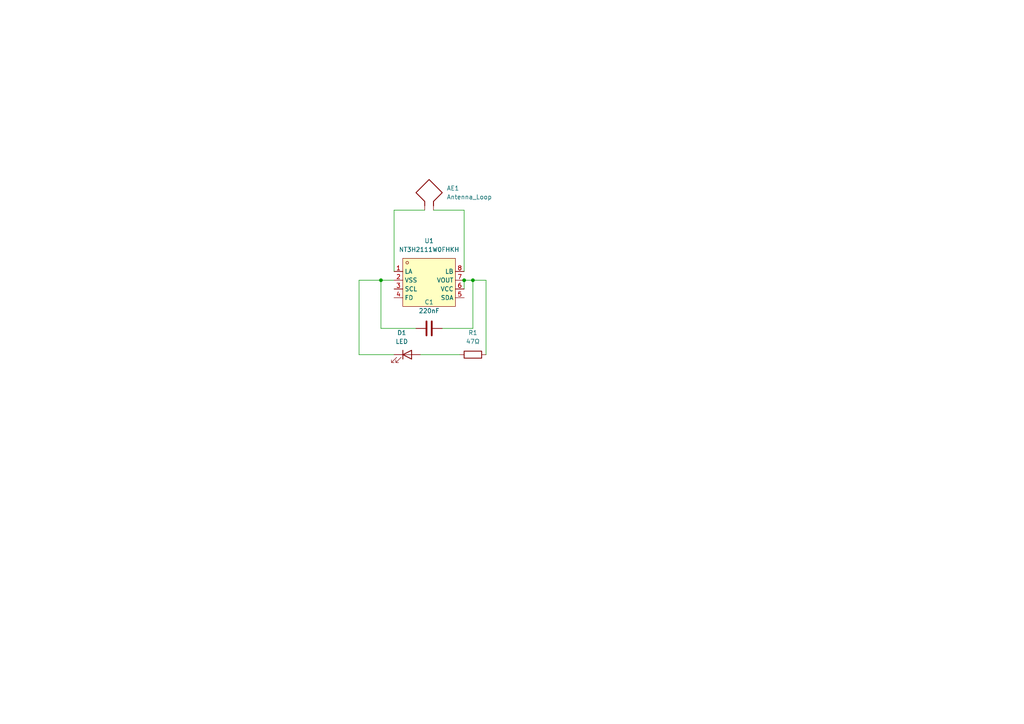
<source format=kicad_sch>
(kicad_sch (version 20250114) (generator "eeschema") (generator_version "9.0")
  (paper "A4")
  (lib_symbols
    (symbol "Device:Antenna_Loop" (pin_numbers (hide yes)) (pin_names (offset 1.016) (hide yes))
      (property "Reference" "AE" (at 1.27 6.35 0))
      (property "Value" "Antenna_Loop" (at 1.27 5.08 0))
      (symbol "Antenna_Loop_0_1"
        (polyline (pts (xy 2.54 -3.81) (xy 2.54 -2.54) (xy 5.08 0) (xy 1.27 3.81) (xy -2.54 0) (xy 0 -2.54) (xy 0 -3.81)) (stroke (width 0.254)))
      )
      (symbol "Antenna_Loop_1_1"
        (pin input line (at 0 -5.08 90) (length 2.54) (name "~") (number "1"))
        (pin input line (at 2.54 -5.08 90) (length 2.54) (name "~") (number "2"))
      )
    )
    (symbol "Device:C" (pin_numbers (hide yes)) (pin_names (offset 0.254))
      (property "Reference" "C" (at 0.635 2.54 0))
      (property "Value" "C" (at 0.635 -2.54 0))
      (symbol "C_0_1"
        (polyline (pts (xy -2.032 0.762) (xy 2.032 0.762)) (stroke (width 0.508)))
        (polyline (pts (xy -2.032 -0.762) (xy 2.032 -0.762)) (stroke (width 0.508)))
      )
      (symbol "C_1_1"
        (pin passive line (at 0 3.81 270) (length 2.794) (name "~") (number "1"))
        (pin passive line (at 0 -3.81 90) (length 2.794) (name "~") (number "2"))
      )
    )
    (symbol "Device:LED" (pin_numbers (hide yes)) (pin_names (offset 1.016) (hide yes))
      (property "Reference" "D" (at 0 2.54 0))
      (property "Value" "LED" (at 0 -2.54 0))
      (symbol "LED_0_1"
        (polyline (pts (xy -3.048 -0.762) (xy -4.572 -2.286) (xy -3.81 -2.286) (xy -4.572 -2.286) (xy -4.572 -1.524)))
        (polyline (pts (xy -1.778 -0.762) (xy -3.302 -2.286) (xy -2.54 -2.286) (xy -3.302 -2.286) (xy -3.302 -1.524)))
        (polyline (pts (xy -1.27 0) (xy 1.27 0)))
        (polyline (pts (xy -1.27 -1.27) (xy -1.27 1.27)) (stroke (width 0.254)))
        (polyline (pts (xy 1.27 -1.27) (xy 1.27 1.27) (xy -1.27 0) (xy 1.27 -1.27)) (stroke (width 0.254)))
      )
      (symbol "LED_1_1"
        (pin passive line (at -3.81 0 0) (length 2.54) (name "K") (number "1"))
        (pin passive line (at 3.81 0 180) (length 2.54) (name "A") (number "2"))
      )
    )
    (symbol "Device:R" (pin_numbers (hide yes)) (pin_names (offset 0))
      (property "Reference" "R" (at 2.032 0 90))
      (property "Value" "R" (at 0 0 90))
      (symbol "R_0_1"
        (rectangle (start -1.016 -2.54) (end 1.016 2.54) (stroke (width 0.254)))
      )
      (symbol "R_1_1"
        (pin passive line (at 0 3.81 270) (length 1.27) (name "~") (number "1"))
        (pin passive line (at 0 -3.81 90) (length 1.27) (name "~") (number "2"))
      )
    )
    (symbol "easyeda2kicad:NT3H2111W0FHKH"
      (property "Reference" "U" (at 0 8.89 0))
      (property "Value" "NT3H2111W0FHKH" (at 0 -8.89 0))
      (symbol "NT3H2111W0FHKH_0_1"
        (rectangle (start -7.62 7.62) (end 7.62 -6.35) (fill (type background)))
        (circle (center -6.35 6.35) (radius 0.38))
        (pin unspecified line (at -10.16 3.81 0) (length 2.54) (name "LA") (number "1"))
        (pin unspecified line (at -10.16 1.27 0) (length 2.54) (name "VSS") (number "2"))
        (pin unspecified line (at -10.16 -1.27 0) (length 2.54) (name "SCL") (number "3"))
        (pin unspecified line (at -10.16 -3.81 0) (length 2.54) (name "FD") (number "4"))
        (pin unspecified line (at 10.16 3.81 180) (length 2.54) (name "LB") (number "8"))
        (pin unspecified line (at 10.16 1.27 180) (length 2.54) (name "VOUT") (number "7"))
        (pin unspecified line (at 10.16 -1.27 180) (length 2.54) (name "VCC") (number "6"))
        (pin unspecified line (at 10.16 -3.81 180) (length 2.54) (name "SDA") (number "5"))
      )
    )
  )
  (junction (at 110.49 81.28))
  (junction (at 137.16 81.28))
  (junction (at 134.62 81.28))
  (wire (pts (xy 110.49 81.28) (xy 114.3 81.28)))
  (wire (pts (xy 140.97 102.87) (xy 140.97 81.28)))
  (wire (pts (xy 134.62 81.28) (xy 134.62 83.82)))
  (wire (pts (xy 114.3 60.96) (xy 123.19 60.96)))
  (wire (pts (xy 134.62 78.74) (xy 134.62 60.96)))
  (wire (pts (xy 140.97 81.28) (xy 137.16 81.28)))
  (wire (pts (xy 137.16 81.28) (xy 134.62 81.28)))
  (wire (pts (xy 104.14 81.28) (xy 110.49 81.28)))
  (wire (pts (xy 110.49 95.25) (xy 110.49 81.28)))
  (wire (pts (xy 137.16 95.25) (xy 137.16 81.28)))
  (wire (pts (xy 121.92 102.87) (xy 133.35 102.87)))
  (wire (pts (xy 128.27 95.25) (xy 137.16 95.25)))
  (wire (pts (xy 114.3 102.87) (xy 104.14 102.87)))
  (wire (pts (xy 134.62 60.96) (xy 125.73 60.96)))
  (wire (pts (xy 104.14 102.87) (xy 104.14 81.28)))
  (wire (pts (xy 120.65 95.25) (xy 110.49 95.25)))
  (wire (pts (xy 114.3 78.74) (xy 114.3 60.96)))
  (symbol (lib_id "Device:Antenna_Loop") (at 123.19 55.88 0) (unit 1)
    (property "Reference" "AE1" (at 129.54 54.6099 0) (effects (justify left)))
    (property "Value" "Antenna_Loop" (at 129.54 57.1499 0) (effects (justify left)))
    (property "Description" "Loop antenna" (effects (hide yes)))
  )
  (symbol (lib_id "Device:C") (at 124.46 95.25 90) (unit 1)
    (property "Reference" "C1" (at 124.46 87.63 90))
    (property "Value" "220nF" (at 124.46 90.17 90))
    (property "Footprint" "Capacitor_SMD:C_0402_1005Metric_Pad0.74x0.62mm_HandSolder" (effects (hide yes)))
    (property "Description" "Unpolarized capacitor" (effects (hide yes)))
  )
  (symbol (lib_id "Device:LED") (at 118.11 102.87 0) (unit 1)
    (property "Reference" "D1" (at 116.5225 96.52 0))
    (property "Value" "LED" (at 116.5225 99.06 0))
    (property "Footprint" "LED_SMD:LED_0805_2012Metric_Pad1.15x1.40mm_HandSolder" (effects (hide yes)))
    (property "Description" "Light emitting diode" (effects (hide yes)))
    (property "Sim.Pins" "1=K 2=A" (effects (hide yes)))
  )
  (symbol (lib_id "easyeda2kicad:NT3H2111W0FHKH") (at 124.46 82.55 0) (unit 1)
    (property "Reference" "U1" (at 124.46 69.85 0))
    (property "Value" "NT3H2111W0FHKH" (at 124.46 72.39 0))
    (property "Footprint" "easyeda2kicad:XQFN-8_L1.6-W1.6-P0.50-BL_NT3H2111W0FHKH" (effects (hide yes)))
    (property "LCSC Part" "C710403" (effects (hide yes)))
  )
  (symbol (lib_id "Device:R") (at 137.16 102.87 90) (unit 1)
    (property "Reference" "R1" (at 137.16 96.52 90))
    (property "Value" "47Ω" (at 137.16 99.06 90))
    (property "Footprint" "Resistor_SMD:R_0402_1005Metric_Pad0.72x0.64mm_HandSolder" (effects (hide yes)))
    (property "Description" "Resistor" (effects (hide yes)))
  )
)
</source>
